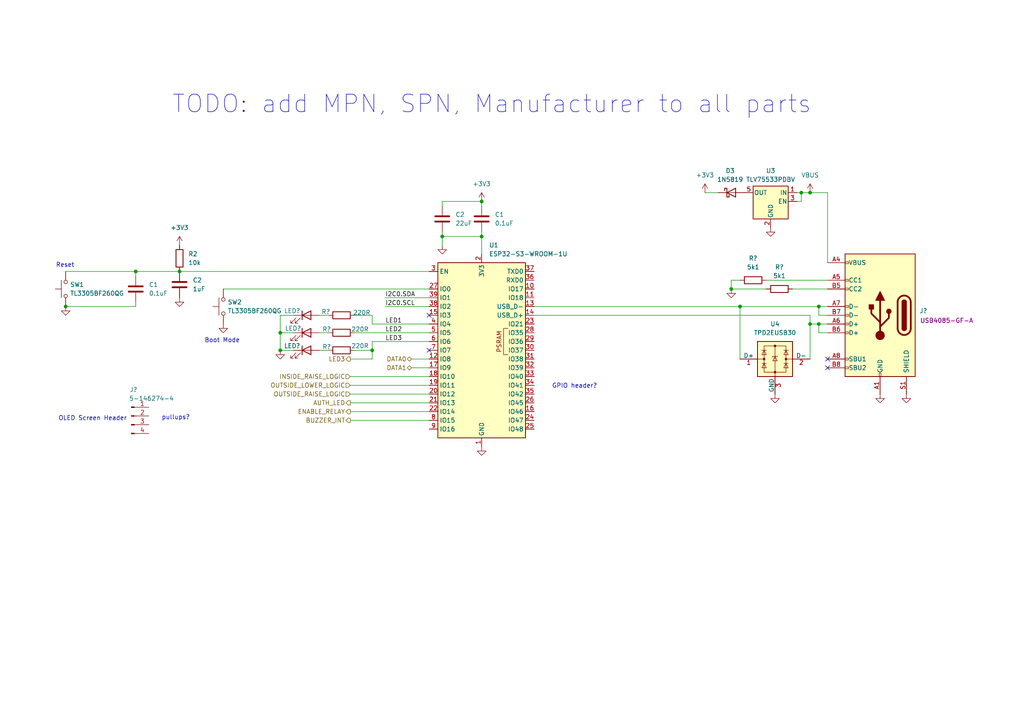
<source format=kicad_sch>
(kicad_sch (version 20250114) (generator "eeschema") (generator_version "9.0")
  (paper "A4")
  (lib_symbols
    (symbol "Connector:Conn_01x04_Pin" (pin_names (offset 1.016) (hide yes))
      (property "Reference" "J" (at 0 5.08 0))
      (property "Value" "Conn_01x04_Pin" (at 0 -7.62 0))
      (symbol "Conn_01x04_Pin_1_1"
        (rectangle (start 0.8636 2.667) (end 0 2.413) (stroke (width 0.1524)) (fill (type outline)))
        (rectangle (start 0.8636 0.127) (end 0 -0.127) (stroke (width 0.1524)) (fill (type outline)))
        (rectangle (start 0.8636 -2.413) (end 0 -2.667) (stroke (width 0.1524)) (fill (type outline)))
        (rectangle (start 0.8636 -4.953) (end 0 -5.207) (stroke (width 0.1524)) (fill (type outline)))
        (polyline (pts (xy 1.27 2.54) (xy 0.8636 2.54)) (stroke (width 0.1524)))
        (polyline (pts (xy 1.27 0) (xy 0.8636 0)) (stroke (width 0.1524)))
        (polyline (pts (xy 1.27 -2.54) (xy 0.8636 -2.54)) (stroke (width 0.1524)))
        (polyline (pts (xy 1.27 -5.08) (xy 0.8636 -5.08)) (stroke (width 0.1524)))
        (pin passive line (at 5.08 2.54 180) (length 3.81) (name "Pin_1") (number "1"))
        (pin passive line (at 5.08 0 180) (length 3.81) (name "Pin_2") (number "2"))
        (pin passive line (at 5.08 -2.54 180) (length 3.81) (name "Pin_3") (number "3"))
        (pin passive line (at 5.08 -5.08 180) (length 3.81) (name "Pin_4") (number "4"))
      )
    )
    (symbol "Connector:USB_C_Receptacle_USB2.0_16P" (pin_names (offset 1.016))
      (property "Reference" "J" (at 0 22.225 0))
      (property "Value" "USB_C_Receptacle_USB2.0_16P" (at 0 19.685 0))
      (symbol "USB_C_Receptacle_USB2.0_16P_0_0"
        (rectangle (start -0.254 -17.78) (end 0.254 -16.764))
        (rectangle (start 10.16 15.494) (end 9.144 14.986))
        (rectangle (start 10.16 10.414) (end 9.144 9.906))
        (rectangle (start 10.16 7.874) (end 9.144 7.366))
        (rectangle (start 10.16 2.794) (end 9.144 2.286))
        (rectangle (start 10.16 0.254) (end 9.144 -0.254))
        (rectangle (start 10.16 -2.286) (end 9.144 -2.794))
        (rectangle (start 10.16 -4.826) (end 9.144 -5.334))
        (rectangle (start 10.16 -12.446) (end 9.144 -12.954))
        (rectangle (start 10.16 -14.986) (end 9.144 -15.494))
      )
      (symbol "USB_C_Receptacle_USB2.0_16P_0_1"
        (rectangle (start -10.16 17.78) (end 10.16 -17.78) (stroke (width 0.254)) (fill (type background)))
        (polyline (pts (xy -8.89 -3.81) (xy -8.89 3.81)) (stroke (width 0.508)))
        (rectangle (start -7.62 -3.81) (end -6.35 3.81) (stroke (width 0.254)) (fill (type outline)))
        (arc (start -7.62 3.81) (mid -6.985 4.4423) (end -6.35 3.81) (stroke (width 0.254)))
        (arc (start -7.62 3.81) (mid -6.985 4.4423) (end -6.35 3.81) (stroke (width 0.254)) (fill (type outline)))
        (arc (start -8.89 3.81) (mid -6.985 5.7067) (end -5.08 3.81) (stroke (width 0.508)))
        (arc (start -5.08 -3.81) (mid -6.985 -5.7067) (end -8.89 -3.81) (stroke (width 0.508)))
        (arc (start -6.35 -3.81) (mid -6.985 -4.4423) (end -7.62 -3.81) (stroke (width 0.254)))
        (arc (start -6.35 -3.81) (mid -6.985 -4.4423) (end -7.62 -3.81) (stroke (width 0.254)) (fill (type outline)))
        (polyline (pts (xy -5.08 3.81) (xy -5.08 -3.81)) (stroke (width 0.508)))
        (circle (center -2.54 1.143) (radius 0.635) (stroke (width 0.254)) (fill (type outline)))
        (polyline (pts (xy -1.27 4.318) (xy 0 6.858) (xy 1.27 4.318) (xy -1.27 4.318)) (stroke (width 0.254)) (fill (type outline)))
        (polyline (pts (xy 0 -2.032) (xy 2.54 0.508) (xy 2.54 1.778)) (stroke (width 0.508)))
        (polyline (pts (xy 0 -3.302) (xy -2.54 -0.762) (xy -2.54 0.508)) (stroke (width 0.508)))
        (polyline (pts (xy 0 -5.842) (xy 0 4.318)) (stroke (width 0.508)))
        (circle (center 0 -5.842) (radius 1.27) (fill (type outline)))
        (rectangle (start 1.905 1.778) (end 3.175 3.048) (stroke (width 0.254)) (fill (type outline)))
      )
      (symbol "USB_C_Receptacle_USB2.0_16P_1_1"
        (pin passive line (at -7.62 -22.86 90) (length 5.08) (name "SHIELD") (number "S1"))
        (pin passive line (at 0 -22.86 90) (length 5.08) (name "GND") (number "A1"))
        (pin passive line (at 0 -22.86 90) (length 5.08) (hide yes) (name "GND") (number "A12"))
        (pin passive line (at 0 -22.86 90) (length 5.08) (hide yes) (name "GND") (number "B1"))
        (pin passive line (at 0 -22.86 90) (length 5.08) (hide yes) (name "GND") (number "B12"))
        (pin passive line (at 15.24 15.24 180) (length 5.08) (name "VBUS") (number "A4"))
        (pin passive line (at 15.24 15.24 180) (length 5.08) (hide yes) (name "VBUS") (number "A9"))
        (pin passive line (at 15.24 15.24 180) (length 5.08) (hide yes) (name "VBUS") (number "B4"))
        (pin passive line (at 15.24 15.24 180) (length 5.08) (hide yes) (name "VBUS") (number "B9"))
        (pin bidirectional line (at 15.24 10.16 180) (length 5.08) (name "CC1") (number "A5"))
        (pin bidirectional line (at 15.24 7.62 180) (length 5.08) (name "CC2") (number "B5"))
        (pin bidirectional line (at 15.24 2.54 180) (length 5.08) (name "D-") (number "A7"))
        (pin bidirectional line (at 15.24 0 180) (length 5.08) (name "D-") (number "B7"))
        (pin bidirectional line (at 15.24 -2.54 180) (length 5.08) (name "D+") (number "A6"))
        (pin bidirectional line (at 15.24 -5.08 180) (length 5.08) (name "D+") (number "B6"))
        (pin bidirectional line (at 15.24 -12.7 180) (length 5.08) (name "SBU1") (number "A8"))
        (pin bidirectional line (at 15.24 -15.24 180) (length 5.08) (name "SBU2") (number "B8"))
      )
    )
    (symbol "Device:C" (pin_numbers (hide yes)) (pin_names (offset 0.254))
      (property "Reference" "C" (at 0.635 2.54 0))
      (property "Value" "C" (at 0.635 -2.54 0))
      (symbol "C_0_1"
        (polyline (pts (xy -2.032 0.762) (xy 2.032 0.762)) (stroke (width 0.508)))
        (polyline (pts (xy -2.032 -0.762) (xy 2.032 -0.762)) (stroke (width 0.508)))
      )
      (symbol "C_1_1"
        (pin passive line (at 0 3.81 270) (length 2.794) (name "~") (number "1"))
        (pin passive line (at 0 -3.81 90) (length 2.794) (name "~") (number "2"))
      )
    )
    (symbol "Device:LED" (pin_numbers (hide yes)) (pin_names (offset 1.016) (hide yes))
      (property "Reference" "D" (at 0 2.54 0))
      (property "Value" "LED" (at 0 -2.54 0))
      (symbol "LED_0_1"
        (polyline (pts (xy -3.048 -0.762) (xy -4.572 -2.286) (xy -3.81 -2.286) (xy -4.572 -2.286) (xy -4.572 -1.524)))
        (polyline (pts (xy -1.778 -0.762) (xy -3.302 -2.286) (xy -2.54 -2.286) (xy -3.302 -2.286) (xy -3.302 -1.524)))
        (polyline (pts (xy -1.27 0) (xy 1.27 0)))
        (polyline (pts (xy -1.27 -1.27) (xy -1.27 1.27)) (stroke (width 0.254)))
        (polyline (pts (xy 1.27 -1.27) (xy 1.27 1.27) (xy -1.27 0) (xy 1.27 -1.27)) (stroke (width 0.254)))
      )
      (symbol "LED_1_1"
        (pin passive line (at -3.81 0 0) (length 2.54) (name "K") (number "1"))
        (pin passive line (at 3.81 0 180) (length 2.54) (name "A") (number "2"))
      )
    )
    (symbol "Device:R" (pin_numbers (hide yes)) (pin_names (offset 0))
      (property "Reference" "R" (at 2.032 0 90))
      (property "Value" "R" (at 0 0 90))
      (symbol "R_0_1"
        (rectangle (start -1.016 -2.54) (end 1.016 2.54) (stroke (width 0.254)))
      )
      (symbol "R_1_1"
        (pin passive line (at 0 3.81 270) (length 1.27) (name "~") (number "1"))
        (pin passive line (at 0 -3.81 90) (length 1.27) (name "~") (number "2"))
      )
    )
    (symbol "Diode:1N5819" (pin_numbers (hide yes)) (pin_names (offset 1.016) (hide yes))
      (property "Reference" "D" (at 0 2.54 0))
      (property "Value" "1N5819" (at 0 -2.54 0))
      (symbol "1N5819_0_1"
        (polyline (pts (xy -1.905 0.635) (xy -1.905 1.27) (xy -1.27 1.27) (xy -1.27 -1.27) (xy -0.635 -1.27) (xy -0.635 -0.635)) (stroke (width 0.254)))
        (polyline (pts (xy 1.27 1.27) (xy 1.27 -1.27) (xy -1.27 0) (xy 1.27 1.27)) (stroke (width 0.254)))
        (polyline (pts (xy 1.27 0) (xy -1.27 0)))
      )
      (symbol "1N5819_1_1"
        (pin passive line (at -3.81 0 0) (length 2.54) (name "K") (number "1"))
        (pin passive line (at 3.81 0 180) (length 2.54) (name "A") (number "2"))
      )
    )
    (symbol "Power_Protection:TPD2EUSB30" (pin_names (offset 0))
      (property "Reference" "U" (at 0 6.35 0))
      (property "Value" "TPD2EUSB30" (at 7.62 -7.62 0))
      (symbol "TPD2EUSB30_0_1"
        (rectangle (start -5.08 5.08) (end 5.08 -5.08) (stroke (width 0.254)) (fill (type background)))
        (polyline (pts (xy -5.08 0) (xy -3.175 0)))
        (polyline (pts (xy -3.81 2.54) (xy -2.54 2.54)))
        (polyline (pts (xy -3.81 -1.27) (xy -2.54 -1.27)))
        (rectangle (start -3.175 3.81) (end 3.175 -3.81))
        (circle (center -3.175 0) (radius 0.2794) (fill (type outline)))
        (polyline (pts (xy -2.54 1.27) (xy -3.81 1.27) (xy -3.175 2.54) (xy -2.54 1.27)))
        (polyline (pts (xy -2.54 -2.54) (xy -3.81 -2.54) (xy -3.175 -1.27) (xy -2.54 -2.54)))
        (circle (center 0 3.81) (radius 0.2794) (fill (type outline)))
        (polyline (pts (xy 0 3.81) (xy 0 -5.08)))
        (circle (center 0 -3.81) (radius 0.2794) (fill (type outline)))
        (polyline (pts (xy 0.635 -0.508) (xy -0.635 -0.508) (xy 0 0.762) (xy 0.635 -0.508)))
        (polyline (pts (xy 0.762 0.762) (xy -0.762 0.762) (xy -0.762 0.508)))
        (polyline (pts (xy 2.54 2.54) (xy 3.81 2.54)))
        (polyline (pts (xy 2.54 -1.27) (xy 3.81 -1.27)))
        (circle (center 3.175 0) (radius 0.2794) (fill (type outline)))
        (polyline (pts (xy 3.81 1.27) (xy 2.54 1.27) (xy 3.175 2.54) (xy 3.81 1.27)))
        (polyline (pts (xy 3.81 -2.54) (xy 2.54 -2.54) (xy 3.175 -1.27) (xy 3.81 -2.54)))
        (polyline (pts (xy 5.08 0) (xy 3.175 0)))
      )
      (symbol "TPD2EUSB30_1_1"
        (pin passive line (at -10.16 0 0) (length 5.08) (name "D+") (number "1"))
        (pin passive line (at 0 -10.16 90) (length 5.08) (name "GND") (number "3"))
        (pin passive line (at 10.16 0 180) (length 5.08) (name "D-") (number "2"))
      )
    )
    (symbol "RF_Module:ESP32-S3-WROOM-1"
      (property "Reference" "U" (at -12.7 26.67 0))
      (property "Value" "ESP32-S3-WROOM-1" (at 12.7 26.67 0))
      (symbol "ESP32-S3-WROOM-1_0_0"
        (rectangle (start -12.7 25.4) (end 12.7 -25.4) (stroke (width 0.254)) (fill (type background)))
        (text "PSRAM" (at 5.08 2.54 900) (effects (font (size 1.27 1.27))))
      )
      (symbol "ESP32-S3-WROOM-1_0_1"
        (polyline (pts (xy 7.62 -1.27) (xy 6.35 -1.27) (xy 6.35 6.35) (xy 7.62 6.35)))
      )
      (symbol "ESP32-S3-WROOM-1_1_1"
        (pin input line (at -15.24 22.86 0) (length 2.54) (name "EN") (number "3"))
        (pin bidirectional line (at -15.24 17.78 0) (length 2.54) (name "IO0") (number "27"))
        (pin bidirectional line (at -15.24 15.24 0) (length 2.54) (name "IO1") (number "39"))
        (pin bidirectional line (at -15.24 12.7 0) (length 2.54) (name "IO2") (number "38"))
        (pin bidirectional line (at -15.24 10.16 0) (length 2.54) (name "IO3") (number "15"))
        (pin bidirectional line (at -15.24 7.62 0) (length 2.54) (name "IO4") (number "4"))
        (pin bidirectional line (at -15.24 5.08 0) (length 2.54) (name "IO5") (number "5"))
        (pin bidirectional line (at -15.24 2.54 0) (length 2.54) (name "IO6") (number "6"))
        (pin bidirectional line (at -15.24 0 0) (length 2.54) (name "IO7") (number "7"))
        (pin bidirectional line (at -15.24 -2.54 0) (length 2.54) (name "IO8") (number "12"))
        (pin bidirectional line (at -15.24 -5.08 0) (length 2.54) (name "IO9") (number "17"))
        (pin bidirectional line (at -15.24 -7.62 0) (length 2.54) (name "IO10") (number "18"))
        (pin bidirectional line (at -15.24 -10.16 0) (length 2.54) (name "IO11") (number "19"))
        (pin bidirectional line (at -15.24 -12.7 0) (length 2.54) (name "IO12") (number "20"))
        (pin bidirectional line (at -15.24 -15.24 0) (length 2.54) (name "IO13") (number "21"))
        (pin bidirectional line (at -15.24 -17.78 0) (length 2.54) (name "IO14") (number "22"))
        (pin bidirectional line (at -15.24 -20.32 0) (length 2.54) (name "IO15") (number "8"))
        (pin bidirectional line (at -15.24 -22.86 0) (length 2.54) (name "IO16") (number "9"))
        (pin power_in line (at 0 27.94 270) (length 2.54) (name "3V3") (number "2"))
        (pin power_in line (at 0 -27.94 90) (length 2.54) (name "GND") (number "1"))
        (pin passive line (at 0 -27.94 90) (length 2.54) (hide yes) (name "GND") (number "40"))
        (pin passive line (at 0 -27.94 90) (length 2.54) (hide yes) (name "GND") (number "41"))
        (pin bidirectional line (at 15.24 22.86 180) (length 2.54) (name "TXD0") (number "37"))
        (pin bidirectional line (at 15.24 20.32 180) (length 2.54) (name "RXD0") (number "36"))
        (pin bidirectional line (at 15.24 17.78 180) (length 2.54) (name "IO17") (number "10"))
        (pin bidirectional line (at 15.24 15.24 180) (length 2.54) (name "IO18") (number "11"))
        (pin bidirectional line (at 15.24 12.7 180) (length 2.54) (name "USB_D-") (number "13"))
        (pin bidirectional line (at 15.24 10.16 180) (length 2.54) (name "USB_D+") (number "14"))
        (pin bidirectional line (at 15.24 7.62 180) (length 2.54) (name "IO21") (number "23"))
        (pin bidirectional line (at 15.24 5.08 180) (length 2.54) (name "IO35") (number "28"))
        (pin bidirectional line (at 15.24 2.54 180) (length 2.54) (name "IO36") (number "29"))
        (pin bidirectional line (at 15.24 0 180) (length 2.54) (name "IO37") (number "30"))
        (pin bidirectional line (at 15.24 -2.54 180) (length 2.54) (name "IO38") (number "31"))
        (pin bidirectional line (at 15.24 -5.08 180) (length 2.54) (name "IO39") (number "32"))
        (pin bidirectional line (at 15.24 -7.62 180) (length 2.54) (name "IO40") (number "33"))
        (pin bidirectional line (at 15.24 -10.16 180) (length 2.54) (name "IO41") (number "34"))
        (pin bidirectional line (at 15.24 -12.7 180) (length 2.54) (name "IO42") (number "35"))
        (pin bidirectional line (at 15.24 -15.24 180) (length 2.54) (name "IO45") (number "26"))
        (pin bidirectional line (at 15.24 -17.78 180) (length 2.54) (name "IO46") (number "16"))
        (pin bidirectional line (at 15.24 -20.32 180) (length 2.54) (name "IO47") (number "24"))
        (pin bidirectional line (at 15.24 -22.86 180) (length 2.54) (name "IO48") (number "25"))
      )
    )
    (symbol "Regulator_Linear:TLV75533PDBV" (pin_names (offset 0.254))
      (property "Reference" "U" (at -3.81 5.715 0))
      (property "Value" "TLV75533PDBV" (at 0 5.715 0))
      (symbol "TLV75533PDBV_0_1"
        (rectangle (start -5.08 4.445) (end 5.08 -5.08) (stroke (width 0.254)) (fill (type background)))
      )
      (symbol "TLV75533PDBV_1_1"
        (pin power_in line (at -7.62 2.54 0) (length 2.54) (name "IN") (number "1"))
        (pin input line (at -7.62 0 0) (length 2.54) (name "EN") (number "3"))
        (pin power_in line (at 0 -7.62 90) (length 2.54) (name "GND") (number "2"))
        (pin no_connect line (at 5.08 0 180) (length 2.54) (hide yes) (name "NC") (number "4"))
        (pin power_out line (at 7.62 2.54 180) (length 2.54) (name "OUT") (number "5"))
      )
    )
    (symbol "Switch:SW_Push" (pin_numbers (hide yes)) (pin_names (offset 1.016) (hide yes))
      (property "Reference" "SW" (at 1.27 2.54 0))
      (property "Value" "SW_Push" (at 0 -1.524 0))
      (symbol "SW_Push_0_1"
        (circle (center -2.032 0) (radius 0.508))
        (polyline (pts (xy 0 1.27) (xy 0 3.048)))
        (circle (center 2.032 0) (radius 0.508))
        (polyline (pts (xy 2.54 1.27) (xy -2.54 1.27)))
        (pin passive line (at -5.08 0 0) (length 2.54) (name "1") (number "1"))
        (pin passive line (at 5.08 0 180) (length 2.54) (name "2") (number "2"))
      )
    )
    (symbol "power:+3V3" (power) (pin_names (offset 0))
      (property "Value" "+3V3" (at 0 3.556 0))
      (symbol "+3V3_0_1"
        (polyline (pts (xy -0.762 1.27) (xy 0 2.54)))
        (polyline (pts (xy 0 2.54) (xy 0.762 1.27)))
        (polyline (pts (xy 0 0) (xy 0 2.54)))
      )
      (symbol "+3V3_1_1"
        (pin power_in line (at 0 0 90) (length 0) (hide yes) (name "+3V3") (number "1"))
      )
    )
    (symbol "power:GND" (power) (pin_names (offset 0))
      (property "Value" "GND" (at 0 -3.81 0))
      (symbol "GND_0_1"
        (polyline (pts (xy 0 0) (xy 0 -1.27) (xy 1.27 -1.27) (xy 0 -2.54) (xy -1.27 -1.27) (xy 0 -1.27)))
      )
      (symbol "GND_1_1"
        (pin power_in line (at 0 0 270) (length 0) (hide yes) (name "GND") (number "1"))
      )
    )
  )
  (text "Reset" (at 21.59 77.724 0) (effects (font (size 1.27 1.27)) (justify right bottom)))
  (text "GPIO header?" (at 173.228 112.776 0) (effects (font (size 1.27 1.27)) (justify right bottom)))
  (text "TODO: add MPN, SPN, Manufacturer to all parts" (at 49.784 33.274 0) (effects (font (size 5.08 5.08)) (justify left bottom)))
  (text "OLED Screen Header" (at 36.83 122.174 0) (effects (font (size 1.27 1.27)) (justify right bottom)))
  (text "pullups?" (at 55.118 121.92 0) (effects (font (size 1.27 1.27)) (justify right bottom)))
  (text "Boot Mode" (at 69.596 99.568 0) (effects (font (size 1.27 1.27)) (justify right bottom)))
  (junction (at 214.63 88.9))
  (junction (at 19.05 88.9))
  (junction (at 52.07 78.74))
  (junction (at 234.95 55.88))
  (junction (at 234.95 93.98))
  (junction (at 139.7 68.58))
  (junction (at 237.49 93.98))
  (junction (at 81.28 96.52))
  (junction (at 128.27 68.58))
  (junction (at 39.37 78.74))
  (junction (at 212.09 83.82))
  (junction (at 107.95 101.6))
  (junction (at 81.28 101.6))
  (junction (at 232.41 55.88))
  (junction (at 237.49 88.9))
  (junction (at 139.7 58.42))
  (no_connect (at 124.46 91.44))
  (no_connect (at 240.03 106.68))
  (no_connect (at 124.46 101.6))
  (no_connect (at 240.03 104.14))
  (wire (pts (xy 102.87 101.6) (xy 107.95 101.6)))
  (wire (pts (xy 240.03 83.82) (xy 229.87 83.82)))
  (wire (pts (xy 39.37 87.63) (xy 39.37 88.9)))
  (wire (pts (xy 107.95 104.14) (xy 107.95 101.6)))
  (wire (pts (xy 154.94 91.44) (xy 234.95 91.44)))
  (wire (pts (xy 119.38 104.14) (xy 124.46 104.14)))
  (wire (pts (xy 92.71 101.6) (xy 95.25 101.6)))
  (wire (pts (xy 92.71 96.52) (xy 95.25 96.52)))
  (wire (pts (xy 101.6 104.14) (xy 107.95 104.14)))
  (wire (pts (xy 237.49 93.98) (xy 237.49 96.52)))
  (wire (pts (xy 214.63 88.9) (xy 237.49 88.9)))
  (wire (pts (xy 240.03 88.9) (xy 237.49 88.9)))
  (wire (pts (xy 101.6 121.92) (xy 124.46 121.92)))
  (wire (pts (xy 234.95 93.98) (xy 237.49 93.98)))
  (wire (pts (xy 204.47 55.88) (xy 208.28 55.88)))
  (wire (pts (xy 81.28 91.44) (xy 81.28 96.52)))
  (wire (pts (xy 19.05 78.74) (xy 39.37 78.74)))
  (wire (pts (xy 139.7 68.58) (xy 139.7 73.66)))
  (wire (pts (xy 231.14 58.42) (xy 232.41 58.42)))
  (wire (pts (xy 107.95 93.98) (xy 107.95 91.44)))
  (wire (pts (xy 81.28 96.52) (xy 81.28 101.6)))
  (wire (pts (xy 101.6 116.84) (xy 124.46 116.84)))
  (wire (pts (xy 52.07 78.74) (xy 124.46 78.74)))
  (wire (pts (xy 101.6 111.76) (xy 124.46 111.76)))
  (wire (pts (xy 232.41 55.88) (xy 232.41 58.42)))
  (wire (pts (xy 231.14 55.88) (xy 232.41 55.88)))
  (wire (pts (xy 107.95 93.98) (xy 124.46 93.98)))
  (wire (pts (xy 232.41 55.88) (xy 234.95 55.88)))
  (wire (pts (xy 214.63 81.28) (xy 212.09 81.28)))
  (wire (pts (xy 101.6 109.22) (xy 124.46 109.22)))
  (wire (pts (xy 119.38 106.68) (xy 124.46 106.68)))
  (wire (pts (xy 102.87 96.52) (xy 124.46 96.52)))
  (wire (pts (xy 212.09 81.28) (xy 212.09 83.82)))
  (wire (pts (xy 39.37 78.74) (xy 39.37 80.01)))
  (wire (pts (xy 128.27 68.58) (xy 139.7 68.58)))
  (wire (pts (xy 128.27 58.42) (xy 139.7 58.42)))
  (wire (pts (xy 81.28 96.52) (xy 85.09 96.52)))
  (wire (pts (xy 234.95 93.98) (xy 234.95 104.14)))
  (wire (pts (xy 240.03 91.44) (xy 237.49 91.44)))
  (wire (pts (xy 101.6 114.3) (xy 124.46 114.3)))
  (wire (pts (xy 111.76 86.36) (xy 124.46 86.36)))
  (wire (pts (xy 128.27 67.31) (xy 128.27 68.58)))
  (wire (pts (xy 19.05 88.9) (xy 39.37 88.9)))
  (wire (pts (xy 237.49 96.52) (xy 240.03 96.52)))
  (wire (pts (xy 85.09 91.44) (xy 81.28 91.44)))
  (wire (pts (xy 111.76 88.9) (xy 124.46 88.9)))
  (wire (pts (xy 92.71 91.44) (xy 95.25 91.44)))
  (wire (pts (xy 39.37 78.74) (xy 52.07 78.74)))
  (wire (pts (xy 102.87 91.44) (xy 107.95 91.44)))
  (wire (pts (xy 107.95 99.06) (xy 107.95 101.6)))
  (wire (pts (xy 222.25 83.82) (xy 212.09 83.82)))
  (wire (pts (xy 240.03 81.28) (xy 222.25 81.28)))
  (wire (pts (xy 128.27 68.58) (xy 128.27 71.12)))
  (wire (pts (xy 81.28 101.6) (xy 85.09 101.6)))
  (wire (pts (xy 214.63 88.9) (xy 214.63 104.14)))
  (wire (pts (xy 101.6 119.38) (xy 124.46 119.38)))
  (wire (pts (xy 240.03 93.98) (xy 237.49 93.98)))
  (wire (pts (xy 237.49 88.9) (xy 237.49 91.44)))
  (wire (pts (xy 64.77 83.82) (xy 124.46 83.82)))
  (wire (pts (xy 139.7 58.42) (xy 139.7 59.69)))
  (wire (pts (xy 234.95 91.44) (xy 234.95 93.98)))
  (wire (pts (xy 240.03 55.88) (xy 240.03 76.2)))
  (wire (pts (xy 139.7 67.31) (xy 139.7 68.58)))
  (wire (pts (xy 154.94 88.9) (xy 214.63 88.9)))
  (wire (pts (xy 128.27 58.42) (xy 128.27 59.69)))
  (wire (pts (xy 234.95 55.88) (xy 240.03 55.88)))
  (wire (pts (xy 107.95 99.06) (xy 124.46 99.06)))
  (label "I2C0.SCL" (at 111.76 88.9 0))
  (label "LED3" (at 111.76 99.06 0))
  (label "LED1" (at 111.76 93.98 0))
  (label "I2C0.SDA" (at 111.76 86.36 0))
  (label "LED2" (at 111.76 96.52 0))
  (hierarchical_label "INSIDE_RAISE_LOGIC" (shape input) (at 101.6 109.22 180))
  (hierarchical_label "OUTSIDE_RAISE_LOGIC" (shape input) (at 101.6 114.3 180))
  (hierarchical_label "DATA1" (shape bidirectional) (at 119.38 106.68 180))
  (hierarchical_label "AUTH_LED" (shape output) (at 101.6 116.84 180))
  (hierarchical_label "DATA0" (shape bidirectional) (at 119.38 104.14 180))
  (hierarchical_label "OUTSIDE_LOWER_LOGIC" (shape input) (at 101.6 111.76 180))
  (hierarchical_label "BUZZER_INT" (shape output) (at 101.6 121.92 180))
  (hierarchical_label "LED3" (shape output) (at 101.6 104.14 180))
  (hierarchical_label "ENABLE_RELAY" (shape output) (at 101.6 119.38 180))
  (symbol (lib_id "Connector:USB_C_Receptacle_USB2.0_16P") (at 255.27 91.44 0) (mirror y) (unit 1)
    (property "Reference" "J?" (at 266.7 90.1699 0) (effects (justify right)))
    (property "Value" "USB_C_Receptacle_USB2.0_16P" (effects (hide yes)))
    (property "Footprint" "Connector_USB:USB_C_Receptacle_GCT_USB4085" (effects (hide yes)))
    (property "Datasheet" "https://www.usb.org/sites/default/files/documents/usb_type-c.zip" (effects (hide yes)))
    (property "Description" "USB 2.0-only 16P Type-C Receptacle connector" (effects (hide yes)))
    (property "MPN" "USB4085-GF-A" (at 274.574 92.964 0))
    (property "Manufacturer" "GCT" (effects (hide yes)))
  )
  (symbol (lib_id "power:GND") (at 224.79 114.3 0) (mirror y) (unit 1)
    (property "Reference" "#PWR025" (effects (hide yes)))
    (property "Value" "GND" (effects (hide yes)))
  )
  (symbol (lib_id "power:+3V3") (at 204.47 55.88 0) (unit 1)
    (property "Reference" "#PWR022" (effects (hide yes)))
    (property "Value" "+3V3" (at 204.47 50.8 0))
  )
  (symbol (lib_id "Device:LED") (at 88.9 101.6 0) (unit 1)
    (property "Reference" "LED?" (at 87.122 100.33 0) (effects (justify right)))
    (property "Value" "LED" (effects (hide yes)))
    (property "Footprint" "LED_SMD:LED_0603_1608Metric_Pad1.05x0.95mm_HandSolder" (effects (hide yes)))
  )
  (symbol (lib_id "Device:R") (at 99.06 101.6 90) (unit 1)
    (property "Reference" "R?" (at 93.472 100.584 90) (effects (justify right)))
    (property "Value" "220R" (at 101.854 100.33 90) (effects (justify right)))
    (property "Footprint" "Resistor_SMD:R_0603_1608Metric_Pad0.98x0.95mm_HandSolder" (effects (hide yes)))
  )
  (symbol (lib_id "Device:C") (at 39.37 83.82 0) (unit 1)
    (property "Reference" "C1" (at 43.18 82.5499 0) (effects (justify left)))
    (property "Value" "0.1uF" (at 43.18 85.0899 0) (effects (justify left)))
    (property "Footprint" "Capacitor_SMD:C_0402_1005Metric_Pad0.74x0.62mm_HandSolder" (effects (hide yes)))
    (property "Description" "Unpolarized capacitor" (effects (hide yes)))
  )
  (symbol (lib_id "Device:C") (at 52.07 82.55 0) (unit 1)
    (property "Reference" "C2" (at 55.88 81.2799 0) (effects (justify left)))
    (property "Value" "1uF" (at 55.88 83.8199 0) (effects (justify left)))
    (property "Footprint" "Capacitor_SMD:C_0402_1005Metric_Pad0.74x0.62mm_HandSolder" (effects (hide yes)))
    (property "Description" "Unpolarized capacitor" (effects (hide yes)))
    (property "MPN" "GCM155C71A105KE38D" (effects (hide yes)))
    (property "Manufacturer" "Murata" (effects (hide yes)))
  )
  (symbol (lib_id "Device:R") (at 99.06 96.52 90) (unit 1)
    (property "Reference" "R?" (at 93.472 95.504 90) (effects (justify right)))
    (property "Value" "220R" (at 101.854 95.504 90) (effects (justify right)))
    (property "Footprint" "Resistor_SMD:R_0603_1608Metric_Pad0.98x0.95mm_HandSolder" (effects (hide yes)))
  )
  (symbol (lib_id "Diode:1N5819") (at 212.09 55.88 0) (unit 1)
    (property "Reference" "D3" (at 211.7725 49.53 0))
    (property "Value" "1N5819" (at 211.7725 52.07 0))
    (property "Footprint" "Diode_THT:D_DO-41_SOD81_P10.16mm_Horizontal" (effects (hide yes)))
    (property "Datasheet" "http://www.vishay.com/docs/88525/1n5817.pdf" (effects (hide yes)))
    (property "Description" "40V 1A Schottky Barrier Rectifier Diode, DO-41" (effects (hide yes)))
  )
  (symbol (lib_id "Device:R") (at 226.06 83.82 270) (mirror x) (unit 1)
    (property "Reference" "R?" (at 226.06 77.47 90))
    (property "Value" "5k1" (at 226.06 80.01 90))
    (property "Footprint" "Resistor_SMD:R_0402_1005Metric" (effects (hide yes)))
    (property "Description" "Resistor" (effects (hide yes)))
  )
  (symbol (lib_id "power:GND") (at 52.07 86.36 0) (unit 1)
    (property "Reference" "#PWR016" (effects (hide yes)))
    (property "Value" "GND" (effects (hide yes)))
  )
  (symbol (lib_id "power:+3V3") (at 234.95 55.88 0) (unit 1)
    (property "Reference" "#PWR026" (effects (hide yes)))
    (property "Value" "VBUS" (at 234.95 50.8 0))
  )
  (symbol (lib_id "power:GND") (at 262.89 114.3 0) (mirror y) (unit 1)
    (property "Reference" "#PWR?" (effects (hide yes)))
    (property "Value" "GND" (effects (hide yes)))
  )
  (symbol (lib_id "Power_Protection:TPD2EUSB30") (at 224.79 104.14 0) (unit 1)
    (property "Reference" "U4" (at 224.79 93.98 0))
    (property "Value" "TPD2EUSB30" (at 224.79 96.52 0))
    (property "Footprint" "Package_TO_SOT_SMD:Texas_DRT-3" (effects (hide yes)))
    (property "Datasheet" "http://www.ti.com/lit/ds/symlink/tpd2eusb30a.pdf" (effects (hide yes)))
    (property "Description" "2-Channel ESD Protection for Super-Speed USB 3.0 Interface, DRT-3" (effects (hide yes)))
  )
  (symbol (lib_id "Connector:Conn_01x04_Pin") (at 38.1 120.65 0) (unit 1)
    (property "Reference" "J?" (at 38.735 113.03 0))
    (property "Value" "5-146274-4" (at 43.942 115.57 0))
    (property "Footprint" "Connector_PinHeader_2.54mm:PinHeader_1x04_P2.54mm_Vertical" (effects (hide yes)))
    (property "Description" "Generic connector, single row, 01x04, script generated" (effects (hide yes)))
    (property "MPN" "5-146274-4" (effects (hide yes)))
    (property "Manufacturer" "TE" (effects (hide yes)))
    (property "DigiKey" "A122867-ND" (effects (hide yes)))
  )
  (symbol (lib_id "Device:C") (at 128.27 63.5 0) (unit 1)
    (property "Reference" "C2" (at 132.08 62.2299 0) (effects (justify left)))
    (property "Value" "22uF" (at 132.08 64.7699 0) (effects (justify left)))
    (property "Footprint" "Capacitor_SMD:C_0805_2012Metric_Pad1.18x1.45mm_HandSolder" (effects (hide yes)))
    (property "Description" "Unpolarized capacitor" (effects (hide yes)))
    (property "MPN" "GRM21BZ71A226ME15L" (effects (hide yes)))
  )
  (symbol (lib_id "power:+3V3") (at 139.7 58.42 0) (unit 1)
    (property "Reference" "#PWR?" (effects (hide yes)))
    (property "Value" "+3V3" (at 139.7 53.34 0))
  )
  (symbol (lib_id "power:+3V3") (at 52.07 71.12 0) (unit 1)
    (property "Reference" "#PWR015" (effects (hide yes)))
    (property "Value" "+3V3" (at 52.07 66.04 0))
  )
  (symbol (lib_id "Switch:SW_Push") (at 64.77 88.9 90) (unit 1)
    (property "Reference" "SW2" (at 66.04 87.6299 90) (effects (justify right)))
    (property "Value" "TL3305BF260QG" (at 66.04 90.1699 90) (effects (justify right)))
    (property "Footprint" "Button_Switch_SMD:SW_SPST_TL3305B" (effects (hide yes)))
    (property "Description" "Push button switch, generic, two pins" (effects (hide yes)))
    (property "MPN" "TL3305BF260QG" (effects (hide yes)))
    (property "Manufacturer" "E-Switch" (effects (hide yes)))
    (property "DigiKey" "EG5354CT-ND" (effects (hide yes)))
  )
  (symbol (lib_id "power:GND") (at 212.09 83.82 0) (mirror y) (unit 1)
    (property "Reference" "#PWR?" (effects (hide yes)))
    (property "Value" "GND" (effects (hide yes)))
  )
  (symbol (lib_id "Device:LED") (at 88.9 91.44 0) (unit 1)
    (property "Reference" "LED?" (at 87.122 90.17 0) (effects (justify right)))
    (property "Value" "LED" (effects (hide yes)))
    (property "Footprint" "LED_SMD:LED_0603_1608Metric_Pad1.05x0.95mm_HandSolder" (effects (hide yes)))
  )
  (symbol (lib_id "RF_Module:ESP32-S3-WROOM-1") (at 139.7 101.6 0) (unit 1)
    (property "Reference" "U1" (at 141.8433 71.12 0) (effects (justify left)))
    (property "Value" "ESP32-S3-WROOM-1U" (at 141.8433 73.66 0) (effects (justify left)))
    (property "Footprint" "RF_Module:ESP32-S3-WROOM-1U" (effects (hide yes)))
    (property "Datasheet" "https://www.espressif.com/sites/default/files/documentation/esp32-s3-wroom-1_wroom-1u_datasheet_en.pdf" (effects (hide yes)))
    (property "Description" "RF Module, ESP32-S3 SoC, Wi-Fi 802.11b/g/n, Bluetooth, BLE, 32-bit, 3.3V, onboard antenna, SMD" (effects (hide yes)))
  )
  (symbol (lib_id "power:GND") (at 139.7 129.54 0) (unit 1)
    (property "Reference" "#PWR?" (effects (hide yes)))
    (property "Value" "GND" (effects (hide yes)))
  )
  (symbol (lib_id "Device:R") (at 99.06 91.44 90) (unit 1)
    (property "Reference" "R?" (at 93.218 90.424 90) (effects (justify right)))
    (property "Value" "220R" (at 102.362 90.678 90) (effects (justify right)))
    (property "Footprint" "Resistor_SMD:R_0603_1608Metric_Pad0.98x0.95mm_HandSolder" (effects (hide yes)))
  )
  (symbol (lib_id "Device:C") (at 139.7 63.5 0) (unit 1)
    (property "Reference" "C1" (at 143.51 62.2299 0) (effects (justify left)))
    (property "Value" "0.1uF" (at 143.51 64.7699 0) (effects (justify left)))
    (property "Footprint" "Capacitor_SMD:C_0402_1005Metric_Pad0.74x0.62mm_HandSolder" (effects (hide yes)))
    (property "Description" "Unpolarized capacitor" (effects (hide yes)))
  )
  (symbol (lib_id "Switch:SW_Push") (at 19.05 83.82 90) (unit 1)
    (property "Reference" "SW1" (at 20.32 82.5499 90) (effects (justify right)))
    (property "Value" "TL3305BF260QG" (at 20.32 85.0899 90) (effects (justify right)))
    (property "Footprint" "Button_Switch_SMD:SW_SPST_TL3305B" (effects (hide yes)))
    (property "Description" "Push button switch, generic, two pins" (effects (hide yes)))
    (property "MPN" "TL3305BF260QG" (effects (hide yes)))
    (property "Manufacturer" "E-Switch" (effects (hide yes)))
    (property "DigiKey" "EG5354CT-ND" (effects (hide yes)))
  )
  (symbol (lib_id "power:GND") (at 255.27 114.3 0) (mirror y) (unit 1)
    (property "Reference" "#PWR?" (effects (hide yes)))
    (property "Value" "GND" (effects (hide yes)))
  )
  (symbol (lib_id "power:GND") (at 81.28 101.6 0) (unit 1)
    (property "Reference" "#PWR?" (effects (hide yes)))
    (property "Value" "GND" (effects (hide yes)))
  )
  (symbol (lib_id "Device:R") (at 52.07 74.93 0) (unit 1)
    (property "Reference" "R2" (at 54.61 73.6599 0) (effects (justify left)))
    (property "Value" "10k" (at 54.61 76.1999 0) (effects (justify left)))
    (property "Footprint" "Resistor_SMD:R_0402_1005Metric" (effects (hide yes)))
    (property "Description" "Resistor" (effects (hide yes)))
  )
  (symbol (lib_id "power:GND") (at 223.52 66.04 0) (mirror y) (unit 1)
    (property "Reference" "#PWR024" (effects (hide yes)))
    (property "Value" "GND" (effects (hide yes)))
  )
  (symbol (lib_id "power:GND") (at 128.27 71.12 0) (unit 1)
    (property "Reference" "#PWR?" (effects (hide yes)))
    (property "Value" "GND" (effects (hide yes)))
  )
  (symbol (lib_id "power:GND") (at 64.77 93.98 0) (unit 1)
    (property "Reference" "#PWR?" (effects (hide yes)))
    (property "Value" "GND" (effects (hide yes)))
  )
  (symbol (lib_id "power:GND") (at 19.05 88.9 0) (unit 1)
    (property "Reference" "#PWR014" (effects (hide yes)))
    (property "Value" "GND" (effects (hide yes)))
  )
  (symbol (lib_id "Device:R") (at 218.44 81.28 270) (mirror x) (unit 1)
    (property "Reference" "R?" (at 218.44 74.93 90))
    (property "Value" "5k1" (at 218.44 77.47 90))
    (property "Footprint" "Resistor_SMD:R_0402_1005Metric" (effects (hide yes)))
    (property "Description" "Resistor" (effects (hide yes)))
  )
  (symbol (lib_id "Device:LED") (at 88.9 96.52 0) (unit 1)
    (property "Reference" "LED?" (at 87.376 95.25 0) (effects (justify right)))
    (property "Value" "LED" (effects (hide yes)))
    (property "Footprint" "LED_SMD:LED_0603_1608Metric_Pad1.05x0.95mm_HandSolder" (effects (hide yes)))
  )
  (symbol (lib_id "Regulator_Linear:TLV75533PDBV") (at 223.52 58.42 0) (mirror y) (unit 1)
    (property "Reference" "U3" (at 223.52 49.53 0))
    (property "Value" "TLV75533PDBV" (at 223.52 52.07 0))
    (property "Footprint" "Package_TO_SOT_SMD:SOT-23-5_HandSoldering" (effects (hide yes)))
    (property "Datasheet" "http://www.ti.com/lit/ds/symlink/tlv755p.pdf" (effects (hide yes)))
    (property "Description" "500mA Low Dropout Voltage Regulator, Fixed Output 3.3V, SOT-23-5" (effects (hide yes)))
  )
)
</source>
